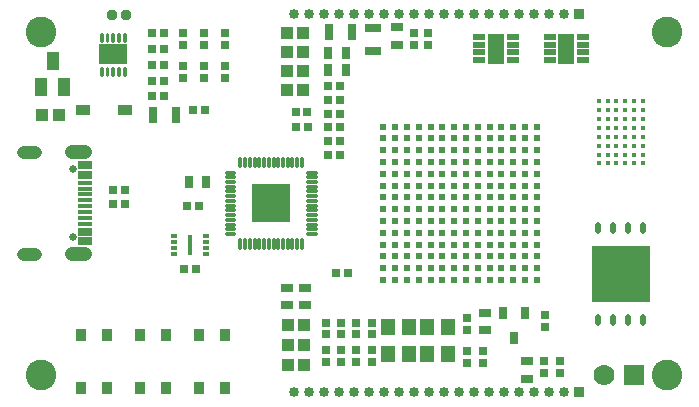
<source format=gbr>
G04 EAGLE Gerber RS-274X export*
G75*
%MOMM*%
%FSLAX34Y34*%
%LPD*%
%INSoldermask Top*%
%IPPOS*%
%AMOC8*
5,1,8,0,0,1.08239X$1,22.5*%
G01*
%ADD10C,2.601600*%
%ADD11R,1.101600X1.501600*%
%ADD12R,0.701600X0.701600*%
%ADD13R,1.147200X0.840700*%
%ADD14C,0.282047*%
%ADD15R,2.451600X1.681600*%
%ADD16P,0.989737X8X22.500000*%
%ADD17R,0.851600X0.851600*%
%ADD18C,0.851600*%
%ADD19C,0.401600*%
%ADD20R,1.130700X1.100700*%
%ADD21R,0.851600X1.101600*%
%ADD22R,1.013400X0.712300*%
%ADD23R,0.660400X0.990600*%
%ADD24C,1.778000*%
%ADD25R,1.778000X1.778000*%
%ADD26R,1.201600X1.401600*%
%ADD27C,0.319200*%
%ADD28R,3.201600X3.201600*%
%ADD29R,0.712300X1.013400*%
%ADD30C,0.601600*%
%ADD31R,0.601600X0.351600*%
%ADD32R,0.301600X1.701600*%
%ADD33R,0.801600X1.401600*%
%ADD34R,1.091600X0.506600*%
%ADD35R,1.371600X2.540000*%
%ADD36C,0.521600*%
%ADD37R,4.901600X4.751600*%
%ADD38R,1.401600X0.801600*%
%ADD39C,1.101600*%
%ADD40C,1.151600*%
%ADD41C,0.651600*%
%ADD42R,1.251600X0.701600*%
%ADD43R,1.251600X0.401600*%


D10*
X25000Y315000D03*
X25000Y25000D03*
X555000Y315000D03*
X555000Y25000D03*
D11*
X35000Y290635D03*
X44500Y268635D03*
X25500Y268635D03*
D12*
X119000Y273889D03*
X129000Y273889D03*
X119000Y261000D03*
X129000Y261000D03*
D13*
X60877Y249000D03*
X96123Y249000D03*
D14*
X76398Y278352D02*
X75602Y278352D01*
X75602Y284948D01*
X76398Y284948D01*
X76398Y278352D01*
X76398Y281031D02*
X75602Y281031D01*
X75602Y283710D02*
X76398Y283710D01*
X80602Y278352D02*
X81398Y278352D01*
X80602Y278352D02*
X80602Y284948D01*
X81398Y284948D01*
X81398Y278352D01*
X81398Y281031D02*
X80602Y281031D01*
X80602Y283710D02*
X81398Y283710D01*
X85602Y278352D02*
X86398Y278352D01*
X85602Y278352D02*
X85602Y284948D01*
X86398Y284948D01*
X86398Y278352D01*
X86398Y281031D02*
X85602Y281031D01*
X85602Y283710D02*
X86398Y283710D01*
X90602Y278352D02*
X91398Y278352D01*
X90602Y278352D02*
X90602Y284948D01*
X91398Y284948D01*
X91398Y278352D01*
X91398Y281031D02*
X90602Y281031D01*
X90602Y283710D02*
X91398Y283710D01*
X95602Y278352D02*
X96398Y278352D01*
X95602Y278352D02*
X95602Y284948D01*
X96398Y284948D01*
X96398Y278352D01*
X96398Y281031D02*
X95602Y281031D01*
X95602Y283710D02*
X96398Y283710D01*
X96398Y307052D02*
X95602Y307052D01*
X95602Y313648D01*
X96398Y313648D01*
X96398Y307052D01*
X96398Y309731D02*
X95602Y309731D01*
X95602Y312410D02*
X96398Y312410D01*
X91398Y307052D02*
X90602Y307052D01*
X90602Y313648D01*
X91398Y313648D01*
X91398Y307052D01*
X91398Y309731D02*
X90602Y309731D01*
X90602Y312410D02*
X91398Y312410D01*
X86398Y307052D02*
X85602Y307052D01*
X85602Y313648D01*
X86398Y313648D01*
X86398Y307052D01*
X86398Y309731D02*
X85602Y309731D01*
X85602Y312410D02*
X86398Y312410D01*
X81398Y307052D02*
X80602Y307052D01*
X80602Y313648D01*
X81398Y313648D01*
X81398Y307052D01*
X81398Y309731D02*
X80602Y309731D01*
X80602Y312410D02*
X81398Y312410D01*
X76398Y307052D02*
X75602Y307052D01*
X75602Y313648D01*
X76398Y313648D01*
X76398Y307052D01*
X76398Y309731D02*
X75602Y309731D01*
X75602Y312410D02*
X76398Y312410D01*
D15*
X86000Y296000D03*
D16*
X85000Y329500D03*
X97000Y329500D03*
D12*
X119230Y314000D03*
X129230Y314000D03*
X129115Y300500D03*
X119115Y300500D03*
X119230Y287000D03*
X129230Y287000D03*
D17*
X480650Y10000D03*
D18*
X467950Y10000D03*
X455250Y10000D03*
X442550Y10000D03*
X429850Y10000D03*
X417150Y10000D03*
X404450Y10000D03*
X391750Y10000D03*
X379050Y10000D03*
X366350Y10000D03*
X353650Y10000D03*
X340950Y10000D03*
X328250Y10000D03*
X315550Y10000D03*
X302850Y10000D03*
X290150Y10000D03*
X277450Y10000D03*
X264750Y10000D03*
X252050Y10000D03*
X239350Y10000D03*
D17*
X480650Y330000D03*
D18*
X467950Y330000D03*
X455250Y330000D03*
X442550Y330000D03*
X429850Y330000D03*
X417150Y330000D03*
X404450Y330000D03*
X391750Y330000D03*
X379050Y330000D03*
X366350Y330000D03*
X353650Y330000D03*
X340950Y330000D03*
X328250Y330000D03*
X315550Y330000D03*
X302850Y330000D03*
X290150Y330000D03*
X277450Y330000D03*
X264750Y330000D03*
X252050Y330000D03*
X239350Y330000D03*
D19*
X534750Y203750D03*
X527250Y203750D03*
X519750Y203750D03*
X512250Y203750D03*
X504750Y203750D03*
X497250Y203750D03*
X534750Y211250D03*
X527250Y211250D03*
X519750Y211250D03*
X512250Y211250D03*
X504750Y211250D03*
X497250Y211250D03*
X534750Y218750D03*
X527250Y218750D03*
X519750Y218750D03*
X512250Y218750D03*
X504750Y218750D03*
X497250Y218750D03*
X534750Y226250D03*
X527250Y226250D03*
X519750Y226250D03*
X512250Y226250D03*
X504750Y226250D03*
X497250Y226250D03*
X534750Y233750D03*
X527250Y233750D03*
X519750Y233750D03*
X512250Y233750D03*
X504750Y233750D03*
X497250Y233750D03*
X534750Y241250D03*
X527250Y241250D03*
X519750Y241250D03*
X512250Y241250D03*
X504750Y241250D03*
X497250Y241250D03*
X534750Y248750D03*
X527250Y248750D03*
X519750Y248750D03*
X512250Y248750D03*
X504750Y248750D03*
X497250Y248750D03*
X534750Y256250D03*
X527250Y256250D03*
X519750Y256250D03*
X512250Y256250D03*
X504750Y256250D03*
X497250Y256250D03*
D20*
X248000Y33000D03*
X234000Y33000D03*
X247000Y282000D03*
X233000Y282000D03*
X247000Y314000D03*
X233000Y314000D03*
X247000Y266000D03*
X233000Y266000D03*
X26000Y245000D03*
X40000Y245000D03*
X248000Y67000D03*
X234000Y67000D03*
X248000Y50000D03*
X234000Y50000D03*
X247000Y298000D03*
X233000Y298000D03*
D21*
X130750Y58500D03*
X109250Y58500D03*
X130750Y13500D03*
X109250Y13500D03*
D22*
X436300Y21079D03*
X436300Y36091D03*
D12*
X464300Y26200D03*
X464300Y36200D03*
X450993Y26200D03*
X450993Y36200D03*
D23*
X434898Y77422D03*
X416102Y77422D03*
X425500Y55578D03*
D12*
X452000Y65000D03*
X452000Y75000D03*
D22*
X401000Y62494D03*
X401000Y77506D03*
D12*
X385920Y62885D03*
X385920Y72885D03*
X399000Y35000D03*
X399000Y45000D03*
X385643Y34885D03*
X385643Y44885D03*
D24*
X501700Y24500D03*
D25*
X527100Y24500D03*
D26*
X352000Y42300D03*
X370000Y42300D03*
X352000Y65300D03*
X370000Y65300D03*
X319000Y42300D03*
X337000Y42300D03*
X319000Y65300D03*
X337000Y65300D03*
D12*
X181200Y304000D03*
X181200Y314000D03*
X181200Y276000D03*
X181200Y286000D03*
X163200Y304000D03*
X163200Y314000D03*
X163200Y276000D03*
X163200Y286000D03*
X145200Y304000D03*
X145200Y314000D03*
X145200Y276000D03*
X145200Y286000D03*
D27*
X194000Y138785D02*
X194000Y132381D01*
X198000Y132381D02*
X198000Y138785D01*
X202000Y138785D02*
X202000Y132381D01*
X206000Y132381D02*
X206000Y138785D01*
X210000Y138785D02*
X210000Y132381D01*
X214000Y132381D02*
X214000Y138785D01*
X218000Y138785D02*
X218000Y132381D01*
X222000Y132381D02*
X222000Y138785D01*
X226000Y138785D02*
X226000Y132381D01*
X230000Y132381D02*
X230000Y138785D01*
X234000Y138785D02*
X234000Y132381D01*
X238000Y132381D02*
X238000Y138785D01*
X242000Y138785D02*
X242000Y132381D01*
X246000Y132381D02*
X246000Y138785D01*
X251215Y144000D02*
X257619Y144000D01*
X257619Y148000D02*
X251215Y148000D01*
X251215Y152000D02*
X257619Y152000D01*
X257619Y156000D02*
X251215Y156000D01*
X251215Y160000D02*
X257619Y160000D01*
X257619Y164000D02*
X251215Y164000D01*
X251215Y168000D02*
X257619Y168000D01*
X257619Y172000D02*
X251215Y172000D01*
X251215Y176000D02*
X257619Y176000D01*
X257619Y180000D02*
X251215Y180000D01*
X251215Y184000D02*
X257619Y184000D01*
X257619Y188000D02*
X251215Y188000D01*
X251215Y192000D02*
X257619Y192000D01*
X257619Y196000D02*
X251215Y196000D01*
X246000Y201215D02*
X246000Y207619D01*
X242000Y207619D02*
X242000Y201215D01*
X238000Y201215D02*
X238000Y207619D01*
X234000Y207619D02*
X234000Y201215D01*
X230000Y201215D02*
X230000Y207619D01*
X226000Y207619D02*
X226000Y201215D01*
X222000Y201215D02*
X222000Y207619D01*
X218000Y207619D02*
X218000Y201215D01*
X214000Y201215D02*
X214000Y207619D01*
X210000Y207619D02*
X210000Y201215D01*
X206000Y201215D02*
X206000Y207619D01*
X202000Y207619D02*
X202000Y201215D01*
X198000Y201215D02*
X198000Y207619D01*
X194000Y207619D02*
X194000Y201215D01*
X188785Y196000D02*
X182381Y196000D01*
X182381Y192000D02*
X188785Y192000D01*
X188785Y188000D02*
X182381Y188000D01*
X182381Y184000D02*
X188785Y184000D01*
X188785Y180000D02*
X182381Y180000D01*
X182381Y176000D02*
X188785Y176000D01*
X188785Y172000D02*
X182381Y172000D01*
X182381Y168000D02*
X188785Y168000D01*
X188785Y164000D02*
X182381Y164000D01*
X182381Y160000D02*
X188785Y160000D01*
X188785Y156000D02*
X182381Y156000D01*
X182381Y152000D02*
X188785Y152000D01*
X188785Y148000D02*
X182381Y148000D01*
X182381Y144000D02*
X188785Y144000D01*
D28*
X220000Y170000D03*
D12*
X158500Y168000D03*
X148500Y168000D03*
D29*
X165121Y187700D03*
X150109Y187700D03*
D22*
X248700Y83594D03*
X248700Y98606D03*
D12*
X96000Y169000D03*
X86000Y169000D03*
X96000Y181000D03*
X86000Y181000D03*
D30*
X445000Y235000D03*
X435000Y235000D03*
X425000Y235000D03*
X415000Y235000D03*
X405000Y235000D03*
X395000Y235000D03*
X385000Y235000D03*
X375000Y235000D03*
X365000Y235000D03*
X355000Y235000D03*
X345000Y235000D03*
X335000Y235000D03*
X325000Y235000D03*
X315000Y235000D03*
X445000Y225000D03*
X445000Y215000D03*
X445000Y205000D03*
X445000Y195000D03*
X445000Y185000D03*
X445000Y175000D03*
X445000Y165000D03*
X445000Y155000D03*
X445000Y145000D03*
X445000Y135000D03*
X445000Y125000D03*
X445000Y115000D03*
X445000Y105000D03*
X435000Y225000D03*
X425000Y225000D03*
X415000Y225000D03*
X405000Y225000D03*
X395000Y225000D03*
X385000Y225000D03*
X375000Y225000D03*
X365000Y225000D03*
X355000Y225000D03*
X345000Y225000D03*
X335000Y225000D03*
X325000Y225000D03*
X315000Y225000D03*
X435000Y215000D03*
X425000Y215000D03*
X415000Y215000D03*
X405000Y215000D03*
X395000Y215000D03*
X385000Y215000D03*
X375000Y215000D03*
X365000Y215000D03*
X355000Y215000D03*
X345000Y215000D03*
X335000Y215000D03*
X325000Y215000D03*
X315000Y215000D03*
X435000Y205000D03*
X425000Y205000D03*
X415000Y205000D03*
X405000Y205000D03*
X395000Y205000D03*
X385000Y205000D03*
X375000Y205000D03*
X365000Y205000D03*
X355000Y205000D03*
X345000Y205000D03*
X335000Y205000D03*
X325000Y205000D03*
X315000Y205000D03*
X435000Y195000D03*
X425000Y195000D03*
X415000Y195000D03*
X405000Y195000D03*
X395000Y195000D03*
X385000Y195000D03*
X375000Y195000D03*
X365000Y195000D03*
X355000Y195000D03*
X345000Y195000D03*
X335000Y195000D03*
X325000Y195000D03*
X315000Y195000D03*
X435000Y185000D03*
X425000Y185000D03*
X415000Y185000D03*
X405000Y185000D03*
X395000Y185000D03*
X385000Y185000D03*
X375000Y185000D03*
X365000Y185000D03*
X355000Y185000D03*
X345000Y185000D03*
X335000Y185000D03*
X325000Y185000D03*
X315000Y185000D03*
X435000Y175000D03*
X425000Y175000D03*
X415000Y175000D03*
X405000Y175000D03*
X395000Y175000D03*
X385000Y175000D03*
X375000Y175000D03*
X365000Y175000D03*
X355000Y175000D03*
X345000Y175000D03*
X335000Y175000D03*
X325000Y175000D03*
X315000Y175000D03*
X435000Y165000D03*
X425000Y165000D03*
X415000Y165000D03*
X405000Y165000D03*
X395000Y165000D03*
X385000Y165000D03*
X375000Y165000D03*
X365000Y165000D03*
X355000Y165000D03*
X345000Y165000D03*
X335000Y165000D03*
X325000Y165000D03*
X315000Y165000D03*
X435000Y155000D03*
X425000Y155000D03*
X415000Y155000D03*
X405000Y155000D03*
X395000Y155000D03*
X385000Y155000D03*
X375000Y155000D03*
X365000Y155000D03*
X355000Y155000D03*
X345000Y155000D03*
X335000Y155000D03*
X325000Y155000D03*
X315000Y155000D03*
X435000Y145000D03*
X425000Y145000D03*
X415000Y145000D03*
X405000Y145000D03*
X395000Y145000D03*
X385000Y145000D03*
X375000Y145000D03*
X365000Y145000D03*
X355000Y145000D03*
X345000Y145000D03*
X335000Y145000D03*
X325000Y145000D03*
X315000Y145000D03*
X435000Y135000D03*
X425000Y135000D03*
X415000Y135000D03*
X405000Y135000D03*
X395000Y135000D03*
X385000Y135000D03*
X375000Y135000D03*
X365000Y135000D03*
X355000Y135000D03*
X345000Y135000D03*
X335000Y135000D03*
X325000Y135000D03*
X315000Y135000D03*
X435000Y125000D03*
X425000Y125000D03*
X415000Y125000D03*
X405000Y125000D03*
X395000Y125000D03*
X385000Y125000D03*
X375000Y125000D03*
X365000Y125000D03*
X355000Y125000D03*
X345000Y125000D03*
X335000Y125000D03*
X325000Y125000D03*
X315000Y125000D03*
X435000Y115000D03*
X425000Y115000D03*
X415000Y115000D03*
X405000Y115000D03*
X395000Y115000D03*
X385000Y115000D03*
X375000Y115000D03*
X365000Y115000D03*
X355000Y115000D03*
X345000Y115000D03*
X335000Y115000D03*
X325000Y115000D03*
X315000Y115000D03*
X435000Y105000D03*
X425000Y105000D03*
X415000Y105000D03*
X405000Y105000D03*
X395000Y105000D03*
X385000Y105000D03*
X375000Y105000D03*
X365000Y105000D03*
X355000Y105000D03*
X345000Y105000D03*
X335000Y105000D03*
X325000Y105000D03*
X315000Y105000D03*
D31*
X164400Y132200D03*
X164400Y137200D03*
X164400Y127200D03*
X164400Y142200D03*
X137400Y132200D03*
X137400Y137200D03*
X137400Y127200D03*
X137400Y142200D03*
D32*
X150900Y134700D03*
D22*
X233000Y83494D03*
X233000Y98506D03*
D12*
X156000Y114000D03*
X146000Y114000D03*
D21*
X59250Y13500D03*
X80750Y13500D03*
X59250Y58500D03*
X80750Y58500D03*
D33*
X139115Y245000D03*
X120115Y245000D03*
D34*
X395650Y310900D03*
X395650Y304300D03*
X395650Y297700D03*
X395650Y291100D03*
X424350Y291100D03*
X424350Y297700D03*
X424350Y304300D03*
X424350Y310900D03*
D35*
X410000Y301000D03*
D34*
X455650Y310900D03*
X455650Y304300D03*
X455650Y297700D03*
X455650Y291100D03*
X484350Y291100D03*
X484350Y297700D03*
X484350Y304300D03*
X484350Y310900D03*
D35*
X470000Y301000D03*
D36*
X535050Y151546D02*
X535050Y146366D01*
X522350Y146366D02*
X522350Y151546D01*
X509650Y151546D02*
X509650Y146366D01*
X496950Y146366D02*
X496950Y151546D01*
X496950Y73634D02*
X496950Y68454D01*
X509650Y68454D02*
X509650Y73634D01*
X522350Y73634D02*
X522350Y68454D01*
X535050Y68454D02*
X535050Y73634D01*
D37*
X516000Y110000D03*
D12*
X305000Y46000D03*
X305000Y36000D03*
X305000Y69000D03*
X305000Y59000D03*
X292000Y46000D03*
X292000Y36000D03*
X292000Y69000D03*
X292000Y59000D03*
X279000Y46000D03*
X279000Y36000D03*
X279000Y69000D03*
X279000Y59000D03*
X266000Y46000D03*
X266000Y36000D03*
X266000Y69000D03*
X266000Y59000D03*
D33*
X288100Y315200D03*
X269100Y315200D03*
D29*
X283306Y282600D03*
X268294Y282600D03*
X283306Y297600D03*
X268294Y297600D03*
D12*
X278015Y245800D03*
X268015Y245800D03*
X278015Y234200D03*
X268015Y234200D03*
X278015Y222600D03*
X268015Y222600D03*
X277985Y257600D03*
X267985Y257600D03*
X278185Y269200D03*
X268185Y269200D03*
D38*
X305800Y318285D03*
X305800Y299285D03*
D22*
X326600Y318906D03*
X326600Y303894D03*
D12*
X340600Y314000D03*
X340600Y304000D03*
X353000Y314015D03*
X353000Y304015D03*
D39*
X20000Y213200D02*
X10000Y213200D01*
X10000Y126800D02*
X20000Y126800D01*
D40*
X51550Y213200D02*
X62050Y213200D01*
X62050Y126800D02*
X51550Y126800D01*
D41*
X51800Y141100D03*
X51800Y198900D03*
D42*
X62550Y202000D03*
X62550Y138000D03*
X62550Y194000D03*
X62550Y146000D03*
D43*
X62550Y167500D03*
X62550Y172500D03*
X62550Y162500D03*
X62550Y157500D03*
X62550Y152500D03*
X62550Y177500D03*
X62550Y182500D03*
X62550Y187500D03*
D21*
X159250Y13500D03*
X180750Y13500D03*
X159250Y58500D03*
X180750Y58500D03*
D12*
X274800Y111200D03*
X284800Y111200D03*
X278000Y210800D03*
X268000Y210800D03*
X240600Y247000D03*
X250600Y247000D03*
X250800Y235000D03*
X240800Y235000D03*
X164000Y249000D03*
X154000Y249000D03*
M02*

</source>
